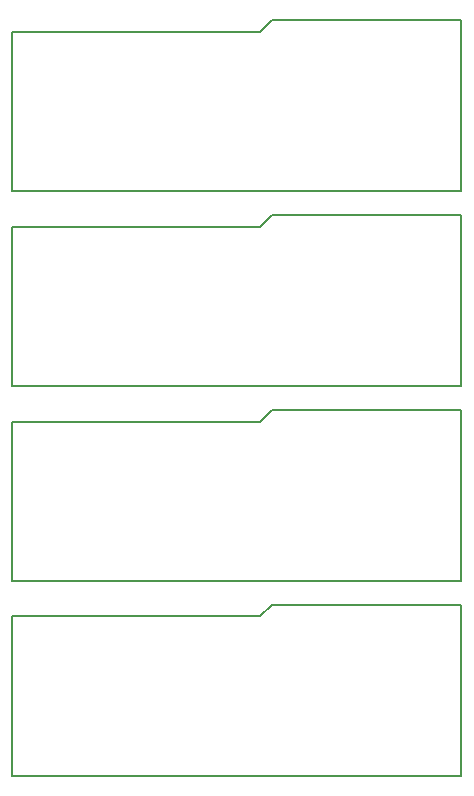
<source format=gm1>
G04*
G04 #@! TF.GenerationSoftware,Altium Limited,Altium Designer,20.2.7 (254)*
G04*
G04 Layer_Color=16711935*
%FSLAX44Y44*%
%MOMM*%
G71*
G04*
G04 #@! TF.SameCoordinates,E2930A79-BBFB-44DC-8FC5-9A75561AB175*
G04*
G04*
G04 #@! TF.FilePolarity,Positive*
G04*
G01*
G75*
%ADD12C,0.2000*%
D12*
X20000Y515000D02*
Y650000D01*
Y515000D02*
X400000D01*
Y660000D01*
X240000D02*
X400000D01*
X20000Y650000D02*
X230000D01*
X240000Y660000D01*
X20000Y350000D02*
Y485000D01*
Y350000D02*
X400000D01*
Y495000D01*
X240000D02*
X400000D01*
X20000Y485000D02*
X230000D01*
X240000Y495000D01*
X20000Y185000D02*
Y320000D01*
Y185000D02*
X400000D01*
Y330000D01*
X240000D02*
X400000D01*
X20000Y320000D02*
X230000D01*
X240000Y330000D01*
X230000Y155000D02*
X240000Y165000D01*
X20000Y155000D02*
X230000D01*
X240000Y165000D02*
X400000D01*
Y20000D02*
Y165000D01*
X20000Y20000D02*
X400000D01*
X20000D02*
Y155000D01*
M02*

</source>
